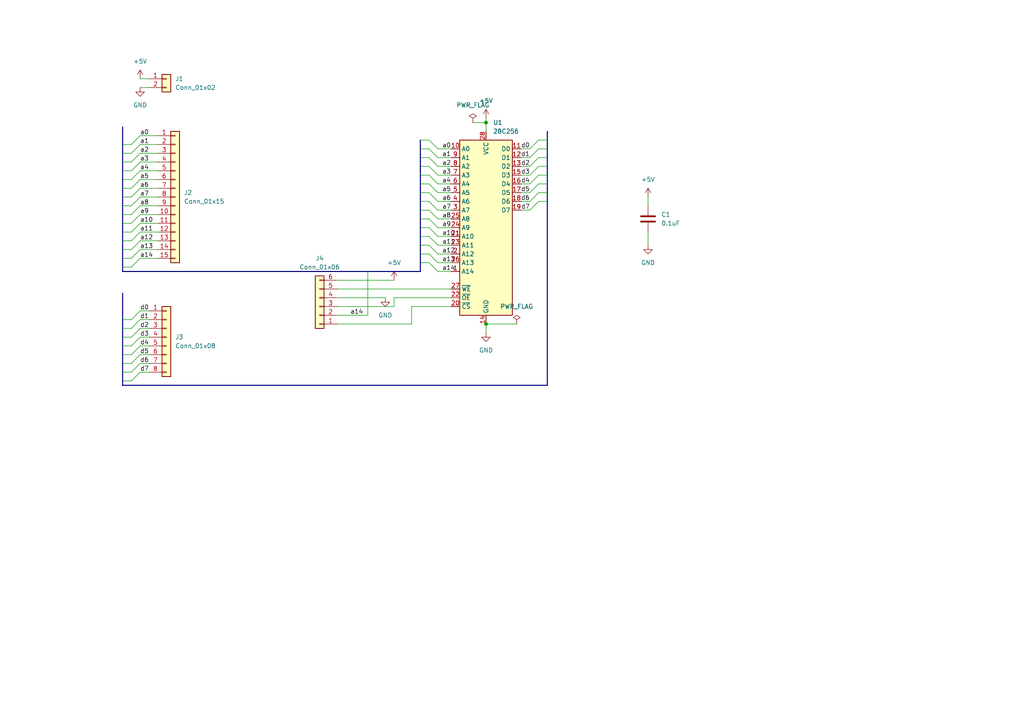
<source format=kicad_sch>
(kicad_sch (version 20211123) (generator eeschema)
  (paper "A4")
  (lib_symbols
    (symbol "Connector_Generic:Conn_01x02" (pin_names (offset 1.016) hide)
      (property "Reference" "J" (at 0 2.54 0))
      (property "Value" "Conn_01x02" (at 0 -5.08 0))
      (symbol "Conn_01x02_1_1"
        (rectangle (start -1.27 -2.413) (end 0 -2.667) (stroke (width 0.1524)))
        (rectangle (start -1.27 0.127) (end 0 -0.127) (stroke (width 0.1524)))
        (rectangle (start -1.27 1.27) (end 1.27 -3.81) (stroke (width 0.254)) (fill (type background)))
        (pin passive line (at -5.08 0 0) (length 3.81) (name "Pin_1") (number "1"))
        (pin passive line (at -5.08 -2.54 0) (length 3.81) (name "Pin_2") (number "2"))
      )
    )
    (symbol "Connector_Generic:Conn_01x06" (pin_names (offset 1.016) hide)
      (property "Reference" "J" (at 0 7.62 0))
      (property "Value" "Conn_01x06" (at 0 -10.16 0))
      (symbol "Conn_01x06_1_1"
        (rectangle (start -1.27 -7.493) (end 0 -7.747) (stroke (width 0.1524)))
        (rectangle (start -1.27 -4.953) (end 0 -5.207) (stroke (width 0.1524)))
        (rectangle (start -1.27 -2.413) (end 0 -2.667) (stroke (width 0.1524)))
        (rectangle (start -1.27 0.127) (end 0 -0.127) (stroke (width 0.1524)))
        (rectangle (start -1.27 2.667) (end 0 2.413) (stroke (width 0.1524)))
        (rectangle (start -1.27 5.207) (end 0 4.953) (stroke (width 0.1524)))
        (rectangle (start -1.27 6.35) (end 1.27 -8.89) (stroke (width 0.254)) (fill (type background)))
        (pin passive line (at -5.08 5.08 0) (length 3.81) (name "Pin_1") (number "1"))
        (pin passive line (at -5.08 2.54 0) (length 3.81) (name "Pin_2") (number "2"))
        (pin passive line (at -5.08 0 0) (length 3.81) (name "Pin_3") (number "3"))
        (pin passive line (at -5.08 -2.54 0) (length 3.81) (name "Pin_4") (number "4"))
        (pin passive line (at -5.08 -5.08 0) (length 3.81) (name "Pin_5") (number "5"))
        (pin passive line (at -5.08 -7.62 0) (length 3.81) (name "Pin_6") (number "6"))
      )
    )
    (symbol "Connector_Generic:Conn_01x08" (pin_names (offset 1.016) hide)
      (property "Reference" "J" (at 0 10.16 0))
      (property "Value" "Conn_01x08" (at 0 -12.7 0))
      (symbol "Conn_01x08_1_1"
        (rectangle (start -1.27 -10.033) (end 0 -10.287) (stroke (width 0.1524)))
        (rectangle (start -1.27 -7.493) (end 0 -7.747) (stroke (width 0.1524)))
        (rectangle (start -1.27 -4.953) (end 0 -5.207) (stroke (width 0.1524)))
        (rectangle (start -1.27 -2.413) (end 0 -2.667) (stroke (width 0.1524)))
        (rectangle (start -1.27 0.127) (end 0 -0.127) (stroke (width 0.1524)))
        (rectangle (start -1.27 2.667) (end 0 2.413) (stroke (width 0.1524)))
        (rectangle (start -1.27 5.207) (end 0 4.953) (stroke (width 0.1524)))
        (rectangle (start -1.27 7.747) (end 0 7.493) (stroke (width 0.1524)))
        (rectangle (start -1.27 8.89) (end 1.27 -11.43) (stroke (width 0.254)) (fill (type background)))
        (pin passive line (at -5.08 7.62 0) (length 3.81) (name "Pin_1") (number "1"))
        (pin passive line (at -5.08 5.08 0) (length 3.81) (name "Pin_2") (number "2"))
        (pin passive line (at -5.08 2.54 0) (length 3.81) (name "Pin_3") (number "3"))
        (pin passive line (at -5.08 0 0) (length 3.81) (name "Pin_4") (number "4"))
        (pin passive line (at -5.08 -2.54 0) (length 3.81) (name "Pin_5") (number "5"))
        (pin passive line (at -5.08 -5.08 0) (length 3.81) (name "Pin_6") (number "6"))
        (pin passive line (at -5.08 -7.62 0) (length 3.81) (name "Pin_7") (number "7"))
        (pin passive line (at -5.08 -10.16 0) (length 3.81) (name "Pin_8") (number "8"))
      )
    )
    (symbol "Connector_Generic:Conn_01x15" (pin_names (offset 1.016) hide)
      (property "Reference" "J" (at 0 20.32 0))
      (property "Value" "Conn_01x15" (at 0 -20.32 0))
      (symbol "Conn_01x15_1_1"
        (rectangle (start -1.27 -17.653) (end 0 -17.907) (stroke (width 0.1524)))
        (rectangle (start -1.27 -15.113) (end 0 -15.367) (stroke (width 0.1524)))
        (rectangle (start -1.27 -12.573) (end 0 -12.827) (stroke (width 0.1524)))
        (rectangle (start -1.27 -10.033) (end 0 -10.287) (stroke (width 0.1524)))
        (rectangle (start -1.27 -7.493) (end 0 -7.747) (stroke (width 0.1524)))
        (rectangle (start -1.27 -4.953) (end 0 -5.207) (stroke (width 0.1524)))
        (rectangle (start -1.27 -2.413) (end 0 -2.667) (stroke (width 0.1524)))
        (rectangle (start -1.27 0.127) (end 0 -0.127) (stroke (width 0.1524)))
        (rectangle (start -1.27 2.667) (end 0 2.413) (stroke (width 0.1524)))
        (rectangle (start -1.27 5.207) (end 0 4.953) (stroke (width 0.1524)))
        (rectangle (start -1.27 7.747) (end 0 7.493) (stroke (width 0.1524)))
        (rectangle (start -1.27 10.287) (end 0 10.033) (stroke (width 0.1524)))
        (rectangle (start -1.27 12.827) (end 0 12.573) (stroke (width 0.1524)))
        (rectangle (start -1.27 15.367) (end 0 15.113) (stroke (width 0.1524)))
        (rectangle (start -1.27 17.907) (end 0 17.653) (stroke (width 0.1524)))
        (rectangle (start -1.27 19.05) (end 1.27 -19.05) (stroke (width 0.254)) (fill (type background)))
        (pin passive line (at -5.08 17.78 0) (length 3.81) (name "Pin_1") (number "1"))
        (pin passive line (at -5.08 -5.08 0) (length 3.81) (name "Pin_10") (number "10"))
        (pin passive line (at -5.08 -7.62 0) (length 3.81) (name "Pin_11") (number "11"))
        (pin passive line (at -5.08 -10.16 0) (length 3.81) (name "Pin_12") (number "12"))
        (pin passive line (at -5.08 -12.7 0) (length 3.81) (name "Pin_13") (number "13"))
        (pin passive line (at -5.08 -15.24 0) (length 3.81) (name "Pin_14") (number "14"))
        (pin passive line (at -5.08 -17.78 0) (length 3.81) (name "Pin_15") (number "15"))
        (pin passive line (at -5.08 15.24 0) (length 3.81) (name "Pin_2") (number "2"))
        (pin passive line (at -5.08 12.7 0) (length 3.81) (name "Pin_3") (number "3"))
        (pin passive line (at -5.08 10.16 0) (length 3.81) (name "Pin_4") (number "4"))
        (pin passive line (at -5.08 7.62 0) (length 3.81) (name "Pin_5") (number "5"))
        (pin passive line (at -5.08 5.08 0) (length 3.81) (name "Pin_6") (number "6"))
        (pin passive line (at -5.08 2.54 0) (length 3.81) (name "Pin_7") (number "7"))
        (pin passive line (at -5.08 0 0) (length 3.81) (name "Pin_8") (number "8"))
        (pin passive line (at -5.08 -2.54 0) (length 3.81) (name "Pin_9") (number "9"))
      )
    )
    (symbol "Device:C" (pin_numbers hide) (pin_names (offset 0.254))
      (property "Reference" "C" (at 0.635 2.54 0))
      (property "Value" "C" (at 0.635 -2.54 0))
      (symbol "C_0_1"
        (polyline (pts (xy -2.032 -0.762) (xy 2.032 -0.762)) (stroke (width 0.508)))
        (polyline (pts (xy -2.032 0.762) (xy 2.032 0.762)) (stroke (width 0.508)))
      )
      (symbol "C_1_1"
        (pin passive line (at 0 3.81 270) (length 2.794) (name "~") (number "1"))
        (pin passive line (at 0 -3.81 90) (length 2.794) (name "~") (number "2"))
      )
    )
    (symbol "Memory_EEPROM:28C256"
      (property "Reference" "U" (at -7.62 26.67 0))
      (property "Value" "28C256" (at 2.54 -26.67 0))
      (symbol "28C256_1_1"
        (rectangle (start -7.62 25.4) (end 7.62 -25.4) (stroke (width 0.254)) (fill (type background)))
        (pin input line (at -10.16 -12.7 0) (length 2.54) (name "A14") (number "1"))
        (pin input line (at -10.16 22.86 0) (length 2.54) (name "A0") (number "10"))
        (pin tri_state line (at 10.16 22.86 180) (length 2.54) (name "D0") (number "11"))
        (pin tri_state line (at 10.16 20.32 180) (length 2.54) (name "D1") (number "12"))
        (pin tri_state line (at 10.16 17.78 180) (length 2.54) (name "D2") (number "13"))
        (pin power_in line (at 0 -27.94 90) (length 2.54) (name "GND") (number "14"))
        (pin tri_state line (at 10.16 15.24 180) (length 2.54) (name "D3") (number "15"))
        (pin tri_state line (at 10.16 12.7 180) (length 2.54) (name "D4") (number "16"))
        (pin tri_state line (at 10.16 10.16 180) (length 2.54) (name "D5") (number "17"))
        (pin tri_state line (at 10.16 7.62 180) (length 2.54) (name "D6") (number "18"))
        (pin tri_state line (at 10.16 5.08 180) (length 2.54) (name "D7") (number "19"))
        (pin input line (at -10.16 -7.62 0) (length 2.54) (name "A12") (number "2"))
        (pin input line (at -10.16 -22.86 0) (length 2.54) (name "~{CS}") (number "20"))
        (pin input line (at -10.16 -2.54 0) (length 2.54) (name "A10") (number "21"))
        (pin input line (at -10.16 -20.32 0) (length 2.54) (name "~{OE}") (number "22"))
        (pin input line (at -10.16 -5.08 0) (length 2.54) (name "A11") (number "23"))
        (pin input line (at -10.16 0 0) (length 2.54) (name "A9") (number "24"))
        (pin input line (at -10.16 2.54 0) (length 2.54) (name "A8") (number "25"))
        (pin input line (at -10.16 -10.16 0) (length 2.54) (name "A13") (number "26"))
        (pin input line (at -10.16 -17.78 0) (length 2.54) (name "~{WE}") (number "27"))
        (pin power_in line (at 0 27.94 270) (length 2.54) (name "VCC") (number "28"))
        (pin input line (at -10.16 5.08 0) (length 2.54) (name "A7") (number "3"))
        (pin input line (at -10.16 7.62 0) (length 2.54) (name "A6") (number "4"))
        (pin input line (at -10.16 10.16 0) (length 2.54) (name "A5") (number "5"))
        (pin input line (at -10.16 12.7 0) (length 2.54) (name "A4") (number "6"))
        (pin input line (at -10.16 15.24 0) (length 2.54) (name "A3") (number "7"))
        (pin input line (at -10.16 17.78 0) (length 2.54) (name "A2") (number "8"))
        (pin input line (at -10.16 20.32 0) (length 2.54) (name "A1") (number "9"))
      )
    )
    (symbol "power:+5V" (power) (pin_names (offset 0))
      (property "Value" "+5V" (at 0 3.556 0))
      (symbol "+5V_0_1"
        (polyline (pts (xy -0.762 1.27) (xy 0 2.54)))
        (polyline (pts (xy 0 0) (xy 0 2.54)))
        (polyline (pts (xy 0 2.54) (xy 0.762 1.27)))
      )
      (symbol "+5V_1_1"
        (pin power_in line (at 0 0 90) (length 0) hide (name "+5V") (number "1"))
      )
    )
    (symbol "power:GND" (power) (pin_names (offset 0))
      (property "Value" "GND" (at 0 -3.81 0))
      (symbol "GND_0_1"
        (polyline (pts (xy 0 0) (xy 0 -1.27) (xy 1.27 -1.27) (xy 0 -2.54) (xy -1.27 -1.27) (xy 0 -1.27)))
      )
      (symbol "GND_1_1"
        (pin power_in line (at 0 0 270) (length 0) hide (name "GND") (number "1"))
      )
    )
    (symbol "power:PWR_FLAG" (power) (pin_numbers hide) (pin_names (offset 0) hide)
      (property "Value" "PWR_FLAG" (at 0 3.81 0))
      (symbol "PWR_FLAG_0_0"
        (pin power_out line (at 0 0 90) (length 0) (name "pwr") (number "1"))
      )
      (symbol "PWR_FLAG_0_1"
        (polyline (pts (xy 0 0) (xy 0 1.27) (xy -1.016 1.905) (xy 0 2.54) (xy 1.016 1.905) (xy 0 1.27)))
      )
    )
  )
  (junction (at 140.97 35.56))
  (junction (at 140.97 93.98))
  (bus_entry (at 38.1 69.85) (size 2.54 -2.54))
  (bus_entry (at 38.1 74.93) (size 2.54 -2.54))
  (bus_entry (at 38.1 77.47) (size 2.54 -2.54))
  (bus_entry (at 38.1 72.39) (size 2.54 -2.54))
  (bus_entry (at 38.1 67.31) (size 2.54 -2.54))
  (bus_entry (at 38.1 105.41) (size 2.54 -2.54))
  (bus_entry (at 38.1 107.95) (size 2.54 -2.54))
  (bus_entry (at 38.1 110.49) (size 2.54 -2.54))
  (bus_entry (at 38.1 102.87) (size 2.54 -2.54))
  (bus_entry (at 38.1 92.71) (size 2.54 -2.54))
  (bus_entry (at 38.1 95.25) (size 2.54 -2.54))
  (bus_entry (at 38.1 97.79) (size 2.54 -2.54))
  (bus_entry (at 38.1 100.33) (size 2.54 -2.54))
  (bus_entry (at 38.1 49.53) (size 2.54 -2.54))
  (bus_entry (at 38.1 46.99) (size 2.54 -2.54))
  (bus_entry (at 38.1 54.61) (size 2.54 -2.54))
  (bus_entry (at 38.1 52.07) (size 2.54 -2.54))
  (bus_entry (at 38.1 41.91) (size 2.54 -2.54))
  (bus_entry (at 38.1 44.45) (size 2.54 -2.54))
  (bus_entry (at 38.1 57.15) (size 2.54 -2.54))
  (bus_entry (at 38.1 62.23) (size 2.54 -2.54))
  (bus_entry (at 38.1 64.77) (size 2.54 -2.54))
  (bus_entry (at 38.1 59.69) (size 2.54 -2.54))
  (bus_entry (at 124.46 76.2) (size 2.54 2.54))
  (bus_entry (at 124.46 73.66) (size 2.54 2.54))
  (bus_entry (at 124.46 71.12) (size 2.54 2.54))
  (bus_entry (at 124.46 68.58) (size 2.54 2.54))
  (bus_entry (at 153.67 53.34) (size 2.54 -2.54))
  (bus_entry (at 153.67 48.26) (size 2.54 -2.54))
  (bus_entry (at 153.67 43.18) (size 2.54 -2.54))
  (bus_entry (at 153.67 45.72) (size 2.54 -2.54))
  (bus_entry (at 153.67 50.8) (size 2.54 -2.54))
  (bus_entry (at 124.46 63.5) (size 2.54 2.54))
  (bus_entry (at 124.46 66.04) (size 2.54 2.54))
  (bus_entry (at 124.46 40.64) (size 2.54 2.54))
  (bus_entry (at 124.46 60.96) (size 2.54 2.54))
  (bus_entry (at 124.46 58.42) (size 2.54 2.54))
  (bus_entry (at 124.46 55.88) (size 2.54 2.54))
  (bus_entry (at 124.46 53.34) (size 2.54 2.54))
  (bus_entry (at 124.46 50.8) (size 2.54 2.54))
  (bus_entry (at 124.46 48.26) (size 2.54 2.54))
  (bus_entry (at 124.46 45.72) (size 2.54 2.54))
  (bus_entry (at 124.46 43.18) (size 2.54 2.54))
  (bus_entry (at 153.67 55.88) (size 2.54 -2.54))
  (bus_entry (at 153.67 60.96) (size 2.54 -2.54))
  (bus_entry (at 153.67 58.42) (size 2.54 -2.54))
  (wire (pts (xy 40.64 46.99) (xy 45.72 46.99)))
  (wire (pts (xy 127 50.8) (xy 130.81 50.8)))
  (bus (pts (xy 35.56 78.74) (xy 121.92 78.74)))
  (wire (pts (xy 35.56 54.61) (xy 38.1 54.61)))
  (wire (pts (xy 121.92 63.5) (xy 124.46 63.5)))
  (wire (pts (xy 40.64 90.17) (xy 43.18 90.17)))
  (wire (pts (xy 151.13 50.8) (xy 153.67 50.8)))
  (wire (pts (xy 127 66.04) (xy 130.81 66.04)))
  (wire (pts (xy 127 63.5) (xy 130.81 63.5)))
  (wire (pts (xy 151.13 60.96) (xy 153.67 60.96)))
  (wire (pts (xy 40.64 95.25) (xy 43.18 95.25)))
  (wire (pts (xy 35.56 100.33) (xy 38.1 100.33)))
  (wire (pts (xy 106.68 78.74) (xy 106.68 91.44)))
  (wire (pts (xy 97.79 83.82) (xy 130.81 83.82)))
  (wire (pts (xy 40.64 67.31) (xy 45.72 67.31)))
  (wire (pts (xy 121.92 45.72) (xy 124.46 45.72)))
  (bus (pts (xy 158.75 38.1) (xy 158.75 111.76)))
  (wire (pts (xy 40.64 62.23) (xy 45.72 62.23)))
  (wire (pts (xy 151.13 58.42) (xy 153.67 58.42)))
  (wire (pts (xy 40.64 102.87) (xy 43.18 102.87)))
  (bus (pts (xy 35.56 36.83) (xy 35.56 78.74)))
  (wire (pts (xy 97.79 86.36) (xy 111.76 86.36)))
  (wire (pts (xy 151.13 43.18) (xy 153.67 43.18)))
  (wire (pts (xy 121.92 43.18) (xy 124.46 43.18)))
  (wire (pts (xy 35.56 97.79) (xy 38.1 97.79)))
  (wire (pts (xy 35.56 62.23) (xy 38.1 62.23)))
  (wire (pts (xy 40.64 107.95) (xy 43.18 107.95)))
  (wire (pts (xy 40.64 52.07) (xy 45.72 52.07)))
  (wire (pts (xy 127 58.42) (xy 130.81 58.42)))
  (wire (pts (xy 127 43.18) (xy 130.81 43.18)))
  (wire (pts (xy 156.21 58.42) (xy 158.75 58.42)))
  (wire (pts (xy 151.13 45.72) (xy 153.67 45.72)))
  (wire (pts (xy 40.64 49.53) (xy 45.72 49.53)))
  (wire (pts (xy 151.13 48.26) (xy 153.67 48.26)))
  (wire (pts (xy 114.3 86.36) (xy 130.81 86.36)))
  (bus (pts (xy 35.56 85.09) (xy 35.56 111.76)))
  (wire (pts (xy 97.79 91.44) (xy 106.68 91.44)))
  (wire (pts (xy 121.92 66.04) (xy 124.46 66.04)))
  (wire (pts (xy 121.92 71.12) (xy 124.46 71.12)))
  (bus (pts (xy 35.56 111.76) (xy 158.75 111.76)))
  (wire (pts (xy 40.64 64.77) (xy 45.72 64.77)))
  (wire (pts (xy 97.79 93.98) (xy 119.38 93.98)))
  (wire (pts (xy 187.96 57.15) (xy 187.96 59.69)))
  (wire (pts (xy 127 78.74) (xy 130.81 78.74)))
  (wire (pts (xy 35.56 110.49) (xy 38.1 110.49)))
  (wire (pts (xy 140.97 34.29) (xy 140.97 35.56)))
  (wire (pts (xy 40.64 97.79) (xy 43.18 97.79)))
  (wire (pts (xy 156.21 43.18) (xy 158.75 43.18)))
  (wire (pts (xy 127 71.12) (xy 130.81 71.12)))
  (bus (pts (xy 121.92 40.64) (xy 121.92 78.74)))
  (wire (pts (xy 40.64 92.71) (xy 43.18 92.71)))
  (wire (pts (xy 121.92 68.58) (xy 124.46 68.58)))
  (wire (pts (xy 127 73.66) (xy 130.81 73.66)))
  (wire (pts (xy 121.92 76.2) (xy 124.46 76.2)))
  (wire (pts (xy 140.97 93.98) (xy 149.86 93.98)))
  (wire (pts (xy 137.16 35.56) (xy 140.97 35.56)))
  (wire (pts (xy 40.64 105.41) (xy 43.18 105.41)))
  (wire (pts (xy 97.79 88.9) (xy 114.3 88.9)))
  (wire (pts (xy 127 45.72) (xy 130.81 45.72)))
  (wire (pts (xy 97.79 81.28) (xy 114.3 81.28)))
  (wire (pts (xy 35.56 64.77) (xy 38.1 64.77)))
  (wire (pts (xy 140.97 93.98) (xy 140.97 96.52)))
  (wire (pts (xy 127 53.34) (xy 130.81 53.34)))
  (wire (pts (xy 121.92 53.34) (xy 124.46 53.34)))
  (wire (pts (xy 127 68.58) (xy 130.81 68.58)))
  (wire (pts (xy 121.92 55.88) (xy 124.46 55.88)))
  (wire (pts (xy 156.21 48.26) (xy 158.75 48.26)))
  (wire (pts (xy 35.56 49.53) (xy 38.1 49.53)))
  (wire (pts (xy 35.56 46.99) (xy 38.1 46.99)))
  (wire (pts (xy 35.56 74.93) (xy 38.1 74.93)))
  (wire (pts (xy 156.21 53.34) (xy 158.75 53.34)))
  (wire (pts (xy 35.56 77.47) (xy 38.1 77.47)))
  (wire (pts (xy 121.92 48.26) (xy 124.46 48.26)))
  (wire (pts (xy 40.64 74.93) (xy 45.72 74.93)))
  (wire (pts (xy 40.64 69.85) (xy 45.72 69.85)))
  (wire (pts (xy 127 48.26) (xy 130.81 48.26)))
  (wire (pts (xy 35.56 105.41) (xy 38.1 105.41)))
  (wire (pts (xy 35.56 41.91) (xy 38.1 41.91)))
  (wire (pts (xy 35.56 102.87) (xy 38.1 102.87)))
  (wire (pts (xy 40.64 39.37) (xy 45.72 39.37)))
  (wire (pts (xy 40.64 44.45) (xy 45.72 44.45)))
  (wire (pts (xy 40.64 72.39) (xy 45.72 72.39)))
  (wire (pts (xy 35.56 67.31) (xy 38.1 67.31)))
  (wire (pts (xy 187.96 71.12) (xy 187.96 67.31)))
  (wire (pts (xy 40.64 22.86) (xy 43.18 22.86)))
  (wire (pts (xy 40.64 25.4) (xy 43.18 25.4)))
  (wire (pts (xy 119.38 93.98) (xy 119.38 88.9)))
  (wire (pts (xy 121.92 58.42) (xy 124.46 58.42)))
  (wire (pts (xy 121.92 60.96) (xy 124.46 60.96)))
  (wire (pts (xy 35.56 69.85) (xy 38.1 69.85)))
  (wire (pts (xy 40.64 100.33) (xy 43.18 100.33)))
  (wire (pts (xy 35.56 59.69) (xy 38.1 59.69)))
  (wire (pts (xy 151.13 55.88) (xy 153.67 55.88)))
  (wire (pts (xy 40.64 57.15) (xy 45.72 57.15)))
  (wire (pts (xy 35.56 57.15) (xy 38.1 57.15)))
  (wire (pts (xy 40.64 59.69) (xy 45.72 59.69)))
  (wire (pts (xy 35.56 92.71) (xy 38.1 92.71)))
  (wire (pts (xy 40.64 41.91) (xy 45.72 41.91)))
  (wire (pts (xy 127 76.2) (xy 130.81 76.2)))
  (wire (pts (xy 121.92 40.64) (xy 124.46 40.64)))
  (wire (pts (xy 35.56 72.39) (xy 38.1 72.39)))
  (wire (pts (xy 127 60.96) (xy 130.81 60.96)))
  (wire (pts (xy 156.21 45.72) (xy 158.75 45.72)))
  (wire (pts (xy 35.56 95.25) (xy 38.1 95.25)))
  (wire (pts (xy 151.13 53.34) (xy 153.67 53.34)))
  (wire (pts (xy 156.21 55.88) (xy 158.75 55.88)))
  (wire (pts (xy 35.56 107.95) (xy 38.1 107.95)))
  (wire (pts (xy 114.3 88.9) (xy 114.3 86.36)))
  (wire (pts (xy 40.64 54.61) (xy 45.72 54.61)))
  (wire (pts (xy 35.56 44.45) (xy 38.1 44.45)))
  (wire (pts (xy 121.92 50.8) (xy 124.46 50.8)))
  (wire (pts (xy 140.97 35.56) (xy 140.97 38.1)))
  (wire (pts (xy 119.38 88.9) (xy 130.81 88.9)))
  (wire (pts (xy 121.92 73.66) (xy 124.46 73.66)))
  (wire (pts (xy 127 55.88) (xy 130.81 55.88)))
  (wire (pts (xy 156.21 50.8) (xy 158.75 50.8)))
  (wire (pts (xy 35.56 52.07) (xy 38.1 52.07)))
  (wire (pts (xy 156.21 40.64) (xy 158.75 40.64)))
  (label "a11" (at 128.27 71.12 0))
  (label "d6" (at 151.13 58.42 0))
  (label "a1" (at 40.64 41.91 0))
  (label "d2" (at 151.13 48.26 0))
  (label "a9" (at 40.64 62.23 0))
  (label "a1" (at 128.27 45.72 0))
  (label "a4" (at 128.27 53.34 0))
  (label "d5" (at 151.13 55.88 0))
  (label "d1" (at 40.64 92.71 0))
  (label "a6" (at 40.64 54.61 0))
  (label "d5" (at 40.64 102.87 0))
  (label "a2" (at 128.27 48.26 0))
  (label "a3" (at 128.27 50.8 0))
  (label "a0" (at 40.64 39.37 0))
  (label "a10" (at 40.64 64.77 0))
  (label "a13" (at 128.27 76.2 0))
  (label "d3" (at 151.13 50.8 0))
  (label "a7" (at 40.64 57.15 0))
  (label "a11" (at 40.64 67.31 0))
  (label "a3" (at 40.64 46.99 0))
  (label "a4" (at 40.64 49.53 0))
  (label "a12" (at 128.27 73.66 0))
  (label "d6" (at 40.64 105.41 0))
  (label "a14" (at 101.6 91.44 0))
  (label "a6" (at 128.27 58.42 0))
  (label "d2" (at 40.64 95.25 0))
  (label "a7" (at 128.27 60.96 0))
  (label "d0" (at 40.64 90.17 0))
  (label "d7" (at 151.13 60.96 0))
  (label "a12" (at 40.64 69.85 0))
  (label "d4" (at 40.64 100.33 0))
  (label "d3" (at 40.64 97.79 0))
  (label "a5" (at 128.27 55.88 0))
  (label "d1" (at 151.13 45.72 0))
  (label "d4" (at 151.13 53.34 0))
  (label "a5" (at 40.64 52.07 0))
  (label "a9" (at 128.27 66.04 0))
  (label "a0" (at 128.27 43.18 0))
  (label "a2" (at 40.64 44.45 0))
  (label "a8" (at 128.27 63.5 0))
  (label "a13" (at 40.64 72.39 0))
  (label "a8" (at 40.64 59.69 0))
  (label "a10" (at 128.27 68.58 0))
  (label "d7" (at 40.64 107.95 0))
  (label "a14" (at 40.64 74.93 0))
  (label "a14" (at 128.27 78.74 0))
  (label "d0" (at 151.13 43.18 0))
  (symbol (lib_id "Connector_Generic:Conn_01x06") (at 92.71 88.9 180) (unit 1)
    (property "Reference" "J4" (at 92.71 74.93 0))
    (property "Value" "Conn_01x06" (at 92.71 77.47 0))
    (property "Footprint" "Connector_PinHeader_2.54mm:PinHeader_1x06_P2.54mm_Vertical" (effects hide))
  )
  (symbol (lib_id "Device:C") (at 187.96 63.5 180) (unit 1)
    (property "Reference" "C1" (at 191.77 62.2299 0) (effects (justify right)))
    (property "Value" "0.1uF" (at 191.77 64.7699 0) (effects (justify right)))
    (property "Footprint" "Capacitor_THT:C_Disc_D6.0mm_W2.5mm_P5.00mm" (effects hide))
  )
  (symbol (lib_id "power:GND") (at 111.76 86.36 0) (unit 1)
    (property "Reference" "#PWR0104" (effects hide))
    (property "Value" "GND" (at 111.76 91.44 0))
  )
  (symbol (lib_id "power:+5V") (at 40.64 22.86 0) (unit 1)
    (property "Reference" "#PWR0102" (effects hide))
    (property "Value" "+5V" (at 40.64 17.78 0))
  )
  (symbol (lib_id "power:GND") (at 40.64 25.4 0) (unit 1)
    (property "Reference" "#PWR0101" (effects hide))
    (property "Value" "GND" (at 40.64 30.48 0))
  )
  (symbol (lib_id "power:+5V") (at 114.3 81.28 0) (unit 1)
    (property "Reference" "#PWR0103" (effects hide))
    (property "Value" "+5V" (at 114.3 76.2 0))
  )
  (symbol (lib_id "power:PWR_FLAG") (at 149.86 93.98 0) (unit 1)
    (property "Reference" "#FLG0101" (effects hide))
    (property "Value" "PWR_FLAG" (at 149.86 88.9 0))
  )
  (symbol (lib_id "Connector_Generic:Conn_01x08") (at 48.26 97.79 0) (unit 1)
    (property "Reference" "J3" (at 50.8 97.7899 0) (effects (justify left)))
    (property "Value" "Conn_01x08" (at 50.8 100.3299 0) (effects (justify left)))
    (property "Footprint" "Connector_PinHeader_2.54mm:PinHeader_1x08_P2.54mm_Horizontal" (effects hide))
  )
  (symbol (lib_id "power:+5V") (at 187.96 57.15 0) (unit 1)
    (property "Reference" "#PWR?" (effects hide))
    (property "Value" "+5V" (at 187.96 52.07 0))
  )
  (symbol (lib_id "power:+5V") (at 140.97 34.29 0) (unit 1)
    (property "Reference" "#PWR0106" (effects hide))
    (property "Value" "+5V" (at 140.97 29.21 0))
  )
  (symbol (lib_id "Connector_Generic:Conn_01x15") (at 50.8 57.15 0) (unit 1)
    (property "Reference" "J2" (at 53.34 55.8799 0) (effects (justify left)))
    (property "Value" "Conn_01x15" (at 53.34 58.4199 0) (effects (justify left)))
    (property "Footprint" "Connector_PinHeader_2.54mm:PinHeader_1x15_P2.54mm_Horizontal" (effects hide))
  )
  (symbol (lib_id "Connector_Generic:Conn_01x02") (at 48.26 22.86 0) (unit 1)
    (property "Reference" "J1" (at 50.8 22.8599 0) (effects (justify left)))
    (property "Value" "Conn_01x02" (at 50.8 25.3999 0) (effects (justify left)))
    (property "Footprint" "Connector_PinHeader_2.54mm:PinHeader_1x02_P2.54mm_Horizontal" (effects hide))
  )
  (symbol (lib_id "power:GND") (at 187.96 71.12 0) (unit 1)
    (property "Reference" "#PWR?" (effects hide))
    (property "Value" "GND" (at 187.96 76.2 0))
  )
  (symbol (lib_id "Memory_EEPROM:28C256") (at 140.97 66.04 0) (unit 1)
    (property "Reference" "U1" (at 142.9894 35.56 0) (effects (justify left)))
    (property "Value" "28C256" (at 142.9894 38.1 0) (effects (justify left)))
    (property "Footprint" "Package_DIP:DIP-28_W15.24mm_LongPads" (effects hide))
    (property "Datasheet" "http://ww1.microchip.com/downloads/en/DeviceDoc/doc0006.pdf" (effects hide))
  )
  (symbol (lib_id "power:PWR_FLAG") (at 137.16 35.56 0) (unit 1)
    (property "Reference" "#FLG0102" (effects hide))
    (property "Value" "PWR_FLAG" (at 137.16 30.48 0))
  )
  (symbol (lib_id "power:GND") (at 140.97 96.52 0) (unit 1)
    (property "Reference" "#PWR0105" (effects hide))
    (property "Value" "GND" (at 140.97 101.6 0))
  )
)
</source>
